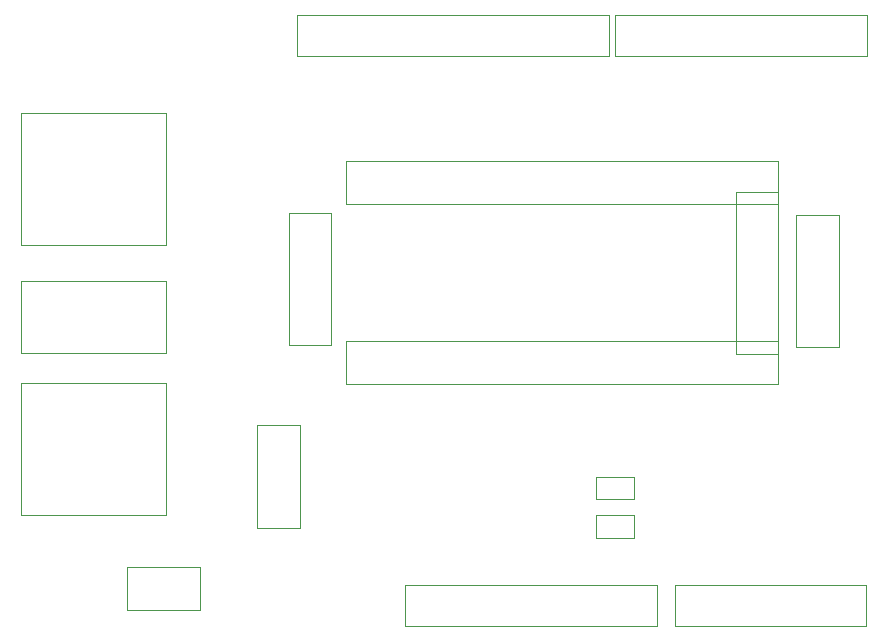
<source format=gbr>
G04 #@! TF.FileFunction,Other,User*
%FSLAX46Y46*%
G04 Gerber Fmt 4.6, Leading zero omitted, Abs format (unit mm)*
G04 Created by KiCad (PCBNEW 4.0.6) date 06/14/17 16:45:23*
%MOMM*%
%LPD*%
G01*
G04 APERTURE LIST*
%ADD10C,0.100000*%
%ADD11C,0.050000*%
G04 APERTURE END LIST*
D10*
D11*
X137188000Y-122075000D02*
X137188000Y-125575000D01*
X158488000Y-122075000D02*
X158488000Y-125575000D01*
X137188000Y-122075000D02*
X158488000Y-122075000D01*
X137188000Y-125575000D02*
X158488000Y-125575000D01*
X160048000Y-122075000D02*
X160048000Y-125575000D01*
X176248000Y-122075000D02*
X176248000Y-125575000D01*
X160048000Y-122075000D02*
X176248000Y-122075000D01*
X160048000Y-125575000D02*
X176248000Y-125575000D01*
X128044000Y-73815000D02*
X128044000Y-77315000D01*
X154444000Y-73815000D02*
X154444000Y-77315000D01*
X128044000Y-73815000D02*
X154444000Y-73815000D01*
X128044000Y-77315000D02*
X154444000Y-77315000D01*
X154968000Y-73815000D02*
X154968000Y-77315000D01*
X176268000Y-73815000D02*
X176268000Y-77315000D01*
X154968000Y-73815000D02*
X176268000Y-73815000D01*
X154968000Y-77315000D02*
X176268000Y-77315000D01*
X132188000Y-89807000D02*
X168788000Y-89807000D01*
X168788000Y-89807000D02*
X168788000Y-86207000D01*
X168788000Y-86207000D02*
X132188000Y-86207000D01*
X132188000Y-86207000D02*
X132188000Y-89807000D01*
X173898000Y-101905000D02*
X173898000Y-90705000D01*
X173898000Y-90705000D02*
X170298000Y-90705000D01*
X170298000Y-90705000D02*
X170298000Y-101905000D01*
X170298000Y-101905000D02*
X173898000Y-101905000D01*
X168808000Y-102507000D02*
X168808000Y-88757000D01*
X168808000Y-88757000D02*
X165208000Y-88757000D01*
X165208000Y-88757000D02*
X165208000Y-102507000D01*
X165208000Y-102507000D02*
X168808000Y-102507000D01*
X132188000Y-105047000D02*
X168788000Y-105047000D01*
X168788000Y-105047000D02*
X168788000Y-101447000D01*
X168788000Y-101447000D02*
X132188000Y-101447000D01*
X132188000Y-101447000D02*
X132188000Y-105047000D01*
X130948000Y-101765000D02*
X130948000Y-90565000D01*
X130948000Y-90565000D02*
X127348000Y-90565000D01*
X127348000Y-90565000D02*
X127348000Y-101765000D01*
X127348000Y-101765000D02*
X130948000Y-101765000D01*
X116917000Y-93323200D02*
X116917000Y-82123200D01*
X116917000Y-82123200D02*
X104717000Y-82123200D01*
X104717000Y-82123200D02*
X104717000Y-93323200D01*
X104717000Y-93323200D02*
X116917000Y-93323200D01*
X116917000Y-102467000D02*
X116917000Y-96317000D01*
X116917000Y-96317000D02*
X104717000Y-96317000D01*
X104717000Y-96317000D02*
X104717000Y-102467000D01*
X104717000Y-102467000D02*
X116917000Y-102467000D01*
X116917000Y-116183000D02*
X116917000Y-104983000D01*
X116917000Y-104983000D02*
X104717000Y-104983000D01*
X104717000Y-104983000D02*
X104717000Y-116183000D01*
X104717000Y-116183000D02*
X116917000Y-116183000D01*
X128298000Y-117205000D02*
X128298000Y-108555000D01*
X128298000Y-108555000D02*
X124698000Y-108555000D01*
X124698000Y-108555000D02*
X124698000Y-117205000D01*
X124698000Y-117205000D02*
X128298000Y-117205000D01*
X113658000Y-124165000D02*
X119808000Y-124165000D01*
X119808000Y-124165000D02*
X119808000Y-120565000D01*
X119808000Y-120565000D02*
X113658000Y-120565000D01*
X113658000Y-120565000D02*
X113658000Y-124165000D01*
X153348000Y-112915000D02*
X156548000Y-112915000D01*
X156548000Y-112915000D02*
X156548000Y-114815000D01*
X153348000Y-114815000D02*
X156548000Y-114815000D01*
X153348000Y-112915000D02*
X153348000Y-114815000D01*
X153398000Y-116165000D02*
X156598000Y-116165000D01*
X156598000Y-116165000D02*
X156598000Y-118065000D01*
X153398000Y-118065000D02*
X156598000Y-118065000D01*
X153398000Y-116165000D02*
X153398000Y-118065000D01*
M02*

</source>
